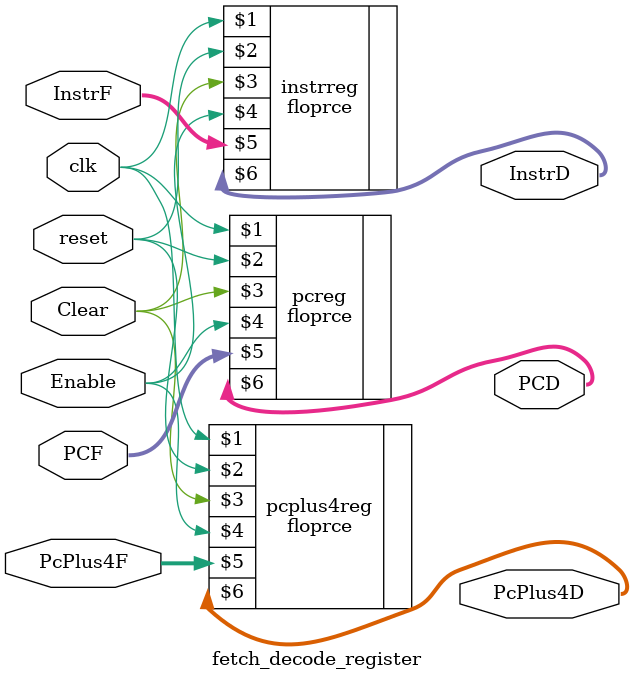
<source format=sv>
module fetch_decode_register(input logic clk, reset,
                    input logic Clear, Enable, 
                    input logic [31:0] InstrF, PCF, PcPlus4F,
                    output logic [31:0] InstrD, PCD, PcPlus4D);

  floprce #(32) pcreg(clk, reset, Clear, Enable, PCF, PCD);
  floprce #(32) instrreg(clk, reset, Clear, Enable, InstrF, InstrD);
  floprce #(32) pcplus4reg(clk, reset, Clear, Enable, PcPlus4F, PcPlus4D);

endmodule
</source>
